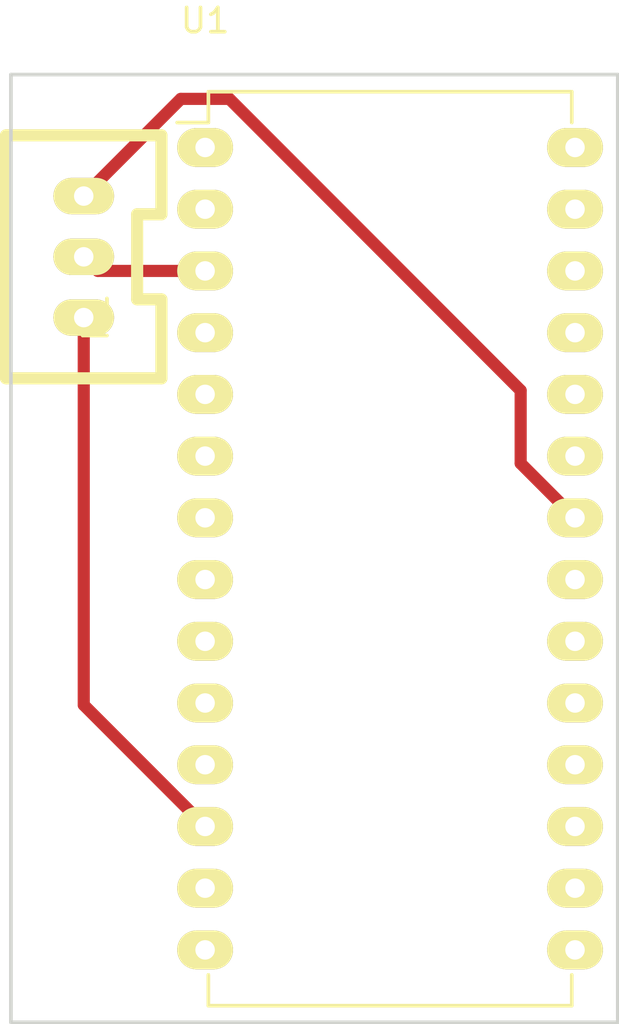
<source format=kicad_pcb>
(kicad_pcb (version 4) (host pcbnew 4.0.1-stable)

  (general
    (links 3)
    (no_connects 0)
    (area 143.349999 98.655 169.075001 141.075001)
    (thickness 1.6)
    (drawings 4)
    (tracks 9)
    (zones 0)
    (modules 2)
    (nets 4)
  )

  (page A4)
  (layers
    (0 F.Cu signal)
    (31 B.Cu signal)
    (32 B.Adhes user)
    (33 F.Adhes user)
    (34 B.Paste user)
    (35 F.Paste user)
    (36 B.SilkS user)
    (37 F.SilkS user)
    (38 B.Mask user)
    (39 F.Mask user)
    (40 Dwgs.User user)
    (41 Cmts.User user)
    (42 Eco1.User user)
    (43 Eco2.User user)
    (44 Edge.Cuts user)
    (45 Margin user)
    (46 B.CrtYd user)
    (47 F.CrtYd user)
    (48 B.Fab user)
    (49 F.Fab user)
  )

  (setup
    (last_trace_width 0.5)
    (user_trace_width 0.5)
    (trace_clearance 0.2)
    (zone_clearance 0.508)
    (zone_45_only no)
    (trace_min 0.2)
    (segment_width 0.2)
    (edge_width 0.15)
    (via_size 0.6)
    (via_drill 0.4)
    (via_min_size 0.4)
    (via_min_drill 0.3)
    (uvia_size 0.3)
    (uvia_drill 0.1)
    (uvias_allowed no)
    (uvia_min_size 0.2)
    (uvia_min_drill 0.1)
    (pcb_text_width 0.3)
    (pcb_text_size 1.5 1.5)
    (mod_edge_width 0.15)
    (mod_text_size 1 1)
    (mod_text_width 0.15)
    (pad_size 1.524 1.524)
    (pad_drill 0.762)
    (pad_to_mask_clearance 0.2)
    (aux_axis_origin 0 0)
    (visible_elements FFFFFF7F)
    (pcbplotparams
      (layerselection 0x01000_00000001)
      (usegerberextensions false)
      (excludeedgelayer true)
      (linewidth 0.100000)
      (plotframeref false)
      (viasonmask false)
      (mode 1)
      (useauxorigin false)
      (hpglpennumber 1)
      (hpglpenspeed 20)
      (hpglpendiameter 15)
      (hpglpenoverlay 2)
      (psnegative false)
      (psa4output false)
      (plotreference true)
      (plotvalue true)
      (plotinvisibletext false)
      (padsonsilk false)
      (subtractmaskfromsilk false)
      (outputformat 1)
      (mirror false)
      (drillshape 0)
      (scaleselection 1)
      (outputdirectory ""))
  )

  (net 0 "")
  (net 1 "Net-(P1-Pad3)")
  (net 2 "Net-(P1-Pad2)")
  (net 3 "Net-(P1-Pad1)")

  (net_class Default "これは標準のネット クラスです。"
    (clearance 0.2)
    (trace_width 0.25)
    (via_dia 0.6)
    (via_drill 0.4)
    (uvia_dia 0.3)
    (uvia_drill 0.1)
    (add_net "Net-(P1-Pad1)")
    (add_net "Net-(P1-Pad2)")
    (add_net "Net-(P1-Pad3)")
  )

  (module RP_KiCAD_Connector:XA_3T (layer F.Cu) (tedit 5704715B) (tstamp 5721E411)
    (at 147 112 90)
    (path /5721E3A6)
    (fp_text reference P1 (at 0 0.5 90) (layer F.SilkS)
      (effects (font (size 1 1) (thickness 0.15)))
    )
    (fp_text value CONN_01X03 (at 0 -0.5 90) (layer F.Fab)
      (effects (font (size 1 1) (thickness 0.15)))
    )
    (fp_line (start 0.75 2.2) (end 4.25 2.2) (layer F.SilkS) (width 0.5))
    (fp_line (start 4.25 2.2) (end 4.25 3.2) (layer F.SilkS) (width 0.5))
    (fp_line (start 4.25 3.2) (end 7.5 3.2) (layer F.SilkS) (width 0.5))
    (fp_line (start -2.5 3.2) (end 0.75 3.2) (layer F.SilkS) (width 0.5))
    (fp_line (start 0.75 3.2) (end 0.75 2.2) (layer F.SilkS) (width 0.5))
    (fp_line (start -2.5 -3.2) (end 7.5 -3.2) (layer F.SilkS) (width 0.5))
    (fp_line (start 7.5 -3.2) (end 7.5 3.2) (layer F.SilkS) (width 0.5))
    (fp_line (start -2.5 -3.2) (end -2.5 3.2) (layer F.SilkS) (width 0.5))
    (pad 3 thru_hole oval (at 0 0 90) (size 1.5 2.5) (drill 0.8) (layers *.Cu *.Mask F.SilkS)
      (net 1 "Net-(P1-Pad3)"))
    (pad 2 thru_hole oval (at 2.5 0 90) (size 1.5 2.5) (drill 0.8) (layers *.Cu *.Mask F.SilkS)
      (net 2 "Net-(P1-Pad2)"))
    (pad 1 thru_hole oval (at 5 0 90) (size 1.5 2.5) (drill 0.8) (layers *.Cu *.Mask F.SilkS)
      (net 3 "Net-(P1-Pad1)"))
    (model conn_XA/XA_3T.wrl
      (at (xyz 0.1 0 0))
      (scale (xyz 4 4 4))
      (rotate (xyz -90 0 0))
    )
  )

  (module Housings_DIP:DIP-28_W15.24mm_LongPads (layer F.Cu) (tedit 54130A77) (tstamp 5721E431)
    (at 152 105)
    (descr "28-lead dip package, row spacing 15.24 mm (600 mils), longer pads")
    (tags "dil dip 2.54 600")
    (path /5721E2F4)
    (fp_text reference U1 (at 0 -5.22) (layer F.SilkS)
      (effects (font (size 1 1) (thickness 0.15)))
    )
    (fp_text value LPC1114FN28 (at 0 -3.72) (layer F.Fab)
      (effects (font (size 1 1) (thickness 0.15)))
    )
    (fp_line (start -1.4 -2.45) (end -1.4 35.5) (layer F.CrtYd) (width 0.05))
    (fp_line (start 16.65 -2.45) (end 16.65 35.5) (layer F.CrtYd) (width 0.05))
    (fp_line (start -1.4 -2.45) (end 16.65 -2.45) (layer F.CrtYd) (width 0.05))
    (fp_line (start -1.4 35.5) (end 16.65 35.5) (layer F.CrtYd) (width 0.05))
    (fp_line (start 0.135 -2.295) (end 0.135 -1.025) (layer F.SilkS) (width 0.15))
    (fp_line (start 15.105 -2.295) (end 15.105 -1.025) (layer F.SilkS) (width 0.15))
    (fp_line (start 15.105 35.315) (end 15.105 34.045) (layer F.SilkS) (width 0.15))
    (fp_line (start 0.135 35.315) (end 0.135 34.045) (layer F.SilkS) (width 0.15))
    (fp_line (start 0.135 -2.295) (end 15.105 -2.295) (layer F.SilkS) (width 0.15))
    (fp_line (start 0.135 35.315) (end 15.105 35.315) (layer F.SilkS) (width 0.15))
    (fp_line (start 0.135 -1.025) (end -1.15 -1.025) (layer F.SilkS) (width 0.15))
    (pad 1 thru_hole oval (at 0 0) (size 2.3 1.6) (drill 0.8) (layers *.Cu *.Mask F.SilkS))
    (pad 2 thru_hole oval (at 0 2.54) (size 2.3 1.6) (drill 0.8) (layers *.Cu *.Mask F.SilkS))
    (pad 3 thru_hole oval (at 0 5.08) (size 2.3 1.6) (drill 0.8) (layers *.Cu *.Mask F.SilkS)
      (net 2 "Net-(P1-Pad2)"))
    (pad 4 thru_hole oval (at 0 7.62) (size 2.3 1.6) (drill 0.8) (layers *.Cu *.Mask F.SilkS))
    (pad 5 thru_hole oval (at 0 10.16) (size 2.3 1.6) (drill 0.8) (layers *.Cu *.Mask F.SilkS))
    (pad 6 thru_hole oval (at 0 12.7) (size 2.3 1.6) (drill 0.8) (layers *.Cu *.Mask F.SilkS))
    (pad 7 thru_hole oval (at 0 15.24) (size 2.3 1.6) (drill 0.8) (layers *.Cu *.Mask F.SilkS))
    (pad 8 thru_hole oval (at 0 17.78) (size 2.3 1.6) (drill 0.8) (layers *.Cu *.Mask F.SilkS))
    (pad 9 thru_hole oval (at 0 20.32) (size 2.3 1.6) (drill 0.8) (layers *.Cu *.Mask F.SilkS))
    (pad 10 thru_hole oval (at 0 22.86) (size 2.3 1.6) (drill 0.8) (layers *.Cu *.Mask F.SilkS))
    (pad 11 thru_hole oval (at 0 25.4) (size 2.3 1.6) (drill 0.8) (layers *.Cu *.Mask F.SilkS))
    (pad 12 thru_hole oval (at 0 27.94) (size 2.3 1.6) (drill 0.8) (layers *.Cu *.Mask F.SilkS)
      (net 1 "Net-(P1-Pad3)"))
    (pad 13 thru_hole oval (at 0 30.48) (size 2.3 1.6) (drill 0.8) (layers *.Cu *.Mask F.SilkS))
    (pad 14 thru_hole oval (at 0 33.02) (size 2.3 1.6) (drill 0.8) (layers *.Cu *.Mask F.SilkS))
    (pad 15 thru_hole oval (at 15.24 33.02) (size 2.3 1.6) (drill 0.8) (layers *.Cu *.Mask F.SilkS))
    (pad 16 thru_hole oval (at 15.24 30.48) (size 2.3 1.6) (drill 0.8) (layers *.Cu *.Mask F.SilkS))
    (pad 17 thru_hole oval (at 15.24 27.94) (size 2.3 1.6) (drill 0.8) (layers *.Cu *.Mask F.SilkS))
    (pad 18 thru_hole oval (at 15.24 25.4) (size 2.3 1.6) (drill 0.8) (layers *.Cu *.Mask F.SilkS))
    (pad 19 thru_hole oval (at 15.24 22.86) (size 2.3 1.6) (drill 0.8) (layers *.Cu *.Mask F.SilkS))
    (pad 20 thru_hole oval (at 15.24 20.32) (size 2.3 1.6) (drill 0.8) (layers *.Cu *.Mask F.SilkS))
    (pad 21 thru_hole oval (at 15.24 17.78) (size 2.3 1.6) (drill 0.8) (layers *.Cu *.Mask F.SilkS))
    (pad 22 thru_hole oval (at 15.24 15.24) (size 2.3 1.6) (drill 0.8) (layers *.Cu *.Mask F.SilkS)
      (net 3 "Net-(P1-Pad1)"))
    (pad 23 thru_hole oval (at 15.24 12.7) (size 2.3 1.6) (drill 0.8) (layers *.Cu *.Mask F.SilkS))
    (pad 24 thru_hole oval (at 15.24 10.16) (size 2.3 1.6) (drill 0.8) (layers *.Cu *.Mask F.SilkS))
    (pad 25 thru_hole oval (at 15.24 7.62) (size 2.3 1.6) (drill 0.8) (layers *.Cu *.Mask F.SilkS))
    (pad 26 thru_hole oval (at 15.24 5.08) (size 2.3 1.6) (drill 0.8) (layers *.Cu *.Mask F.SilkS))
    (pad 27 thru_hole oval (at 15.24 2.54) (size 2.3 1.6) (drill 0.8) (layers *.Cu *.Mask F.SilkS))
    (pad 28 thru_hole oval (at 15.24 0) (size 2.3 1.6) (drill 0.8) (layers *.Cu *.Mask F.SilkS))
    (model Housings_DIP.3dshapes/DIP-28_W15.24mm_LongPads.wrl
      (at (xyz 0 0 0))
      (scale (xyz 1 1 1))
      (rotate (xyz 0 0 0))
    )
  )

  (gr_line (start 144 141) (end 144 102) (angle 90) (layer Edge.Cuts) (width 0.15))
  (gr_line (start 169 141) (end 144 141) (angle 90) (layer Edge.Cuts) (width 0.15))
  (gr_line (start 169 102) (end 169 141) (angle 90) (layer Edge.Cuts) (width 0.15))
  (gr_line (start 144 102) (end 169 102) (angle 90) (layer Edge.Cuts) (width 0.15))

  (segment (start 147 112) (end 147 127.94) (width 0.5) (layer F.Cu) (net 1) (status 400000))
  (segment (start 147 127.94) (end 152 132.94) (width 0.5) (layer F.Cu) (net 1) (tstamp 5721E8A8) (status 800000))
  (segment (start 147 109.5) (end 147.58 110.08) (width 0.5) (layer F.Cu) (net 2) (status C00000))
  (segment (start 147.58 110.08) (end 152 110.08) (width 0.5) (layer F.Cu) (net 2) (tstamp 5721E896) (status C00000))
  (segment (start 147 107) (end 151 103) (width 0.5) (layer F.Cu) (net 3) (status 400000))
  (segment (start 165 118) (end 167.24 120.24) (width 0.5) (layer F.Cu) (net 3) (tstamp 5721E8A4) (status 800000))
  (segment (start 165 115) (end 165 118) (width 0.5) (layer F.Cu) (net 3) (tstamp 5721E8A2))
  (segment (start 153 103) (end 165 115) (width 0.5) (layer F.Cu) (net 3) (tstamp 5721E8A0))
  (segment (start 151 103) (end 153 103) (width 0.5) (layer F.Cu) (net 3) (tstamp 5721E89B))

)

</source>
